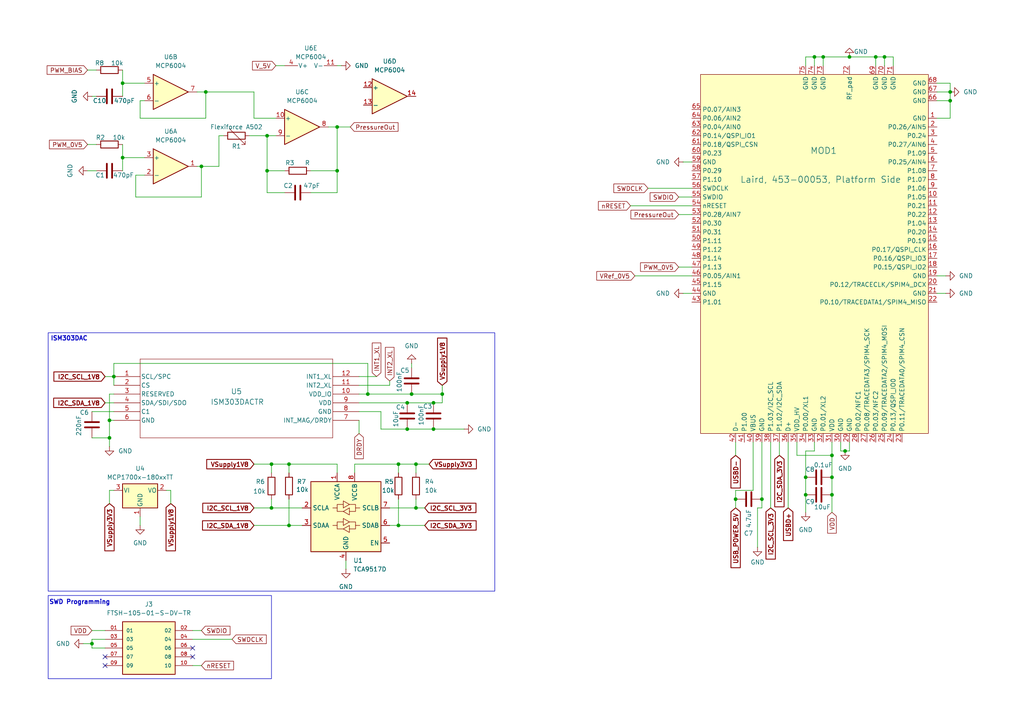
<source format=kicad_sch>
(kicad_sch (version 20250114) (generator "eeschema") (generator_version "9.0")
  (paper "A4")
  (lib_symbols
    (symbol "Amplifier_Operational:MCP6004" (pin_names (offset 0.127))
      (property "Reference" "U" (at 0 5.08 0))
      (property "Value" "MCP6004" (at 0 -5.08 0))
      (symbol "MCP6004_1_1"
        (polyline (pts (xy -5.08 5.08) (xy 5.08 0) (xy -5.08 -5.08) (xy -5.08 5.08)) (stroke (width 0.254)) (fill (type background)))
        (pin input line (at -7.62 2.54 0) (length 2.54) (name "+") (number "3"))
        (pin input line (at -7.62 -2.54 0) (length 2.54) (name "-") (number "2"))
        (pin output line (at 7.62 0 180) (length 2.54) (name "~") (number "1"))
      )
      (symbol "MCP6004_2_1"
        (polyline (pts (xy -5.08 5.08) (xy 5.08 0) (xy -5.08 -5.08) (xy -5.08 5.08)) (stroke (width 0.254)) (fill (type background)))
        (pin input line (at -7.62 2.54 0) (length 2.54) (name "+") (number "5"))
        (pin input line (at -7.62 -2.54 0) (length 2.54) (name "-") (number "6"))
        (pin output line (at 7.62 0 180) (length 2.54) (name "~") (number "7"))
      )
      (symbol "MCP6004_3_1"
        (polyline (pts (xy -5.08 5.08) (xy 5.08 0) (xy -5.08 -5.08) (xy -5.08 5.08)) (stroke (width 0.254)) (fill (type background)))
        (pin input line (at -7.62 2.54 0) (length 2.54) (name "+") (number "10"))
        (pin input line (at -7.62 -2.54 0) (length 2.54) (name "-") (number "9"))
        (pin output line (at 7.62 0 180) (length 2.54) (name "~") (number "8"))
      )
      (symbol "MCP6004_4_1"
        (polyline (pts (xy -5.08 5.08) (xy 5.08 0) (xy -5.08 -5.08) (xy -5.08 5.08)) (stroke (width 0.254)) (fill (type background)))
        (pin input line (at -7.62 2.54 0) (length 2.54) (name "+") (number "12"))
        (pin input line (at -7.62 -2.54 0) (length 2.54) (name "-") (number "13"))
        (pin output line (at 7.62 0 180) (length 2.54) (name "~") (number "14"))
      )
      (symbol "MCP6004_5_1"
        (pin power_in line (at -2.54 7.62 270) (length 3.81) (name "V+") (number "4"))
        (pin power_in line (at -2.54 -7.62 90) (length 3.81) (name "V-") (number "11"))
      )
    )
    (symbol "Device:C" (pin_numbers (hide yes)) (pin_names (offset 0.254))
      (property "Reference" "C" (at 0.635 2.54 0))
      (property "Value" "C" (at 0.635 -2.54 0))
      (symbol "C_0_1"
        (polyline (pts (xy -2.032 0.762) (xy 2.032 0.762)) (stroke (width 0.508)))
        (polyline (pts (xy -2.032 -0.762) (xy 2.032 -0.762)) (stroke (width 0.508)))
      )
      (symbol "C_1_1"
        (pin passive line (at 0 3.81 270) (length 2.794) (name "~") (number "1"))
        (pin passive line (at 0 -3.81 90) (length 2.794) (name "~") (number "2"))
      )
    )
    (symbol "Device:R" (pin_numbers (hide yes)) (pin_names (offset 0))
      (property "Reference" "R" (at 2.032 0 90))
      (property "Value" "R" (at 0 0 90))
      (symbol "R_0_1"
        (rectangle (start -1.016 -2.54) (end 1.016 2.54) (stroke (width 0.254)))
      )
      (symbol "R_1_1"
        (pin passive line (at 0 3.81 270) (length 1.27) (name "~") (number "1"))
        (pin passive line (at 0 -3.81 90) (length 1.27) (name "~") (number "2"))
      )
    )
    (symbol "Device:R_Variable" (pin_numbers (hide yes)) (pin_names (offset 0))
      (property "Reference" "R" (at 2.54 -2.54 90))
      (property "Value" "R_Variable" (at -2.54 -1.27 90))
      (symbol "R_Variable_0_1"
        (rectangle (start -1.016 -2.54) (end 1.016 2.54) (stroke (width 0.254)))
        (polyline (pts (xy 2.54 1.524) (xy 2.54 2.54) (xy 1.524 2.54) (xy 2.54 2.54) (xy -2.032 -2.032)))
      )
      (symbol "R_Variable_1_1"
        (pin passive line (at 0 3.81 270) (length 1.27) (name "~") (number "1"))
        (pin passive line (at 0 -3.81 90) (length 1.27) (name "~") (number "2"))
      )
    )
    (symbol "ISM303Dac:ISM303DACTR" (pin_names (offset 0.254))
      (property "Reference" "U" (at 35.56 10.16 0))
      (property "Value" "ISM303DACTR" (at 35.56 7.62 0))
      (symbol "ISM303DACTR_0_1"
        (polyline (pts (xy 7.62 5.08) (xy 7.62 -17.78)) (stroke (width 0.127)))
        (polyline (pts (xy 7.62 -17.78) (xy 63.5 -17.78)) (stroke (width 0.127)))
        (polyline (pts (xy 63.5 5.08) (xy 7.62 5.08)) (stroke (width 0.127)))
        (polyline (pts (xy 63.5 -17.78) (xy 63.5 5.08)) (stroke (width 0.127)))
        (pin unspecified line (at 0 0 0) (length 7.62) (name "SCL/SPC") (number "1"))
        (pin unspecified line (at 0 -2.54 0) (length 7.62) (name "CS") (number "2"))
        (pin unspecified line (at 0 -5.08 0) (length 7.62) (name "RESERVED") (number "3"))
        (pin unspecified line (at 0 -7.62 0) (length 7.62) (name "SDA/SDI/SDO") (number "4"))
        (pin unspecified line (at 0 -10.16 0) (length 7.62) (name "C1") (number "5"))
        (pin power_out line (at 0 -12.7 0) (length 7.62) (name "GND") (number "6"))
        (pin input line (at 71.12 0 180) (length 7.62) (name "INT1_XL") (number "12"))
        (pin input line (at 71.12 -2.54 180) (length 7.62) (name "INT2_XL") (number "11"))
        (pin power_in line (at 71.12 -5.08 180) (length 7.62) (name "VDD_IO") (number "10"))
        (pin power_in line (at 71.12 -7.62 180) (length 7.62) (name "VDD") (number "9"))
        (pin power_out line (at 71.12 -10.16 180) (length 7.62) (name "GND") (number "8"))
        (pin input line (at 71.12 -12.7 180) (length 7.62) (name "INT_MAG/DRDY") (number "7"))
      )
    )
    (symbol "Logic_LevelTranslator:TCA9517D"
      (property "Reference" "U" (at -10.16 11.43 0))
      (property "Value" "TCA9517D" (at 1.27 -11.43 0))
      (symbol "TCA9517D_1_1"
        (rectangle (start -10.16 10.16) (end 10.16 -10.16) (stroke (width 0.254)) (fill (type background)))
        (polyline (pts (xy -2.54 2.54) (xy -2.54 3.556) (xy -0.762 3.556)))
        (polyline (pts (xy -2.54 -2.54) (xy -2.54 -1.524) (xy -0.762 -1.524)))
        (polyline (pts (xy -0.762 2.54) (xy -0.762 4.572) (xy 1.016 3.556) (xy -0.762 2.54)))
        (polyline (pts (xy -0.762 1.524) (xy -2.54 1.524) (xy -2.54 2.54) (xy -3.81 2.54)))
        (polyline (pts (xy -0.762 -2.54) (xy -0.762 -0.508) (xy 1.016 -1.524) (xy -0.762 -2.54)))
        (polyline (pts (xy -0.762 -3.556) (xy -2.54 -3.556) (xy -2.54 -2.54) (xy -3.81 -2.54)))
        (polyline (pts (xy 1.016 3.556) (xy 2.794 3.556) (xy 2.794 2.54) (xy 4.064 2.54)))
        (polyline (pts (xy 1.016 2.54) (xy 1.016 0.762) (xy 1.016 0.508) (xy -0.762 1.524) (xy 1.016 2.54)))
        (polyline (pts (xy 1.016 -1.524) (xy 2.794 -1.524) (xy 2.794 -2.54) (xy 4.064 -2.54)))
        (polyline (pts (xy 1.016 -2.54) (xy 1.016 -4.318) (xy 1.016 -4.572) (xy -0.762 -3.556) (xy 1.016 -2.54)))
        (polyline (pts (xy 2.794 2.54) (xy 2.794 1.524) (xy 1.016 1.524)))
        (polyline (pts (xy 2.794 -2.54) (xy 2.794 -3.556) (xy 1.016 -3.556)))
        (pin bidirectional line (at -12.7 2.54 0) (length 2.54) (name "SCLA") (number "2"))
        (pin bidirectional line (at -12.7 -2.54 0) (length 2.54) (name "SDAA") (number "3"))
        (pin power_in line (at -2.54 12.7 270) (length 2.54) (name "VCCA") (number "1"))
        (pin power_in line (at 0 -12.7 90) (length 2.54) (name "GND") (number "4"))
        (pin power_in line (at 2.54 12.7 270) (length 2.54) (name "VCCB") (number "8"))
        (pin bidirectional line (at 12.7 2.54 180) (length 2.54) (name "SCLB") (number "7"))
        (pin bidirectional line (at 12.7 -2.54 180) (length 2.54) (name "SDAB") (number "6"))
        (pin passive line (at 12.7 -7.62 180) (length 2.54) (name "EN") (number "5"))
      )
    )
    (symbol "Regulator_Linear:MCP1700x-180xxTT" (pin_names (offset 0.254))
      (property "Reference" "U" (at -3.81 3.175 0))
      (property "Value" "MCP1700x-180xxTT" (at 0 3.175 0))
      (symbol "MCP1700x-180xxTT_0_1"
        (rectangle (start -5.08 1.905) (end 5.08 -5.08) (stroke (width 0.254)) (fill (type background)))
      )
      (symbol "MCP1700x-180xxTT_1_1"
        (pin power_in line (at -7.62 0 0) (length 2.54) (name "VI") (number "3"))
        (pin power_in line (at 0 -7.62 90) (length 2.54) (name "GND") (number "1"))
        (pin power_out line (at 7.62 0 180) (length 2.54) (name "VO") (number "2"))
      )
    )
    (symbol "SWD 10 Pin:FTSH-105-01-S-DV-TR" (pin_names (offset 1.016))
      (property "Reference" "J" (at -8.12 7.62 0))
      (property "Value" "FTSH-105-01-S-DV-TR" (at -7.62 -10.16 0))
      (symbol "FTSH-105-01-S-DV-TR_0_0"
        (rectangle (start -7.62 -7.62) (end 7.62 7.62) (stroke (width 0.254)) (fill (type background)))
        (pin passive line (at -12.7 5.08 0) (length 5.08) (name "01") (number "01"))
        (pin passive line (at -12.7 2.54 0) (length 5.08) (name "03") (number "03"))
        (pin passive line (at -12.7 0 0) (length 5.08) (name "05") (number "05"))
        (pin passive line (at -12.7 -2.54 0) (length 5.08) (name "07") (number "07"))
        (pin passive line (at -12.7 -5.08 0) (length 5.08) (name "09") (number "09"))
        (pin passive line (at 12.7 5.08 180) (length 5.08) (name "02") (number "02"))
        (pin passive line (at 12.7 2.54 180) (length 5.08) (name "04") (number "04"))
        (pin passive line (at 12.7 0 180) (length 5.08) (name "06") (number "06"))
        (pin passive line (at 12.7 -2.54 180) (length 5.08) (name "08") (number "08"))
        (pin passive line (at 12.7 -5.08 180) (length 5.08) (name "10") (number "10"))
      )
    )
    (symbol "nRF5340 Module:Laird, 453-00053, Platform Side"
      (property "Reference" "MOD" (at 0.254 3.048 0))
      (property "Value" "Laird, 453-00053, Platform Side" (at 0.508 0.762 0))
      (symbol "Laird, 453-00053, Platform Side_1_0"
        (rectangle (start 104.14 0) (end 0 -66.04) (stroke (width 0) (color 128 0 0 1)) (fill (type background)))
        (pin passive line (at -2.54 -10.16 0) (length 2.54) (name "D-") (number "42"))
        (pin passive line (at -2.54 -12.7 0) (length 2.54) (name "P1.00") (number "41"))
        (pin passive line (at -2.54 -15.24 0) (length 2.54) (name "VBUS") (number "40"))
        (pin passive line (at -2.54 -17.78 0) (length 2.54) (name "GND") (number "39"))
        (pin passive line (at -2.54 -20.32 0) (length 2.54) (name "P1.03/I2C_SCL") (number "38"))
        (pin passive line (at -2.54 -22.86 0) (length 2.54) (name "P1.02/I2C_SDA") (number "37"))
        (pin passive line (at -2.54 -25.4 0) (length 2.54) (name "D+") (number "36"))
        (pin passive line (at -2.54 -27.94 0) (length 2.54) (name "VDD_HV") (number "35"))
        (pin passive line (at -2.54 -30.48 0) (length 2.54) (name "P0.00/XL1") (number "34"))
        (pin passive line (at -2.54 -33.02 0) (length 2.54) (name "GND") (number "33"))
        (pin passive line (at -2.54 -35.56 0) (length 2.54) (name "P0.01/XL2") (number "32"))
        (pin passive line (at -2.54 -38.1 0) (length 2.54) (name "VDD") (number "31"))
        (pin passive line (at -2.54 -40.64 0) (length 2.54) (name "GND") (number "30"))
        (pin passive line (at -2.54 -43.18 0) (length 2.54) (name "GND") (number "29"))
        (pin passive line (at -2.54 -45.72 0) (length 2.54) (name "P0.02/NFC1") (number "28"))
        (pin passive line (at -2.54 -48.26 0) (length 2.54) (name "P0.08/TRACEDATA3/SPIM4_SCK") (number "27"))
        (pin passive line (at -2.54 -50.8 0) (length 2.54) (name "P0.03/NFC2") (number "26"))
        (pin passive line (at -2.54 -53.34 0) (length 2.54) (name "P0.09/TRACEDATA2/SPIM4_MOSI") (number "25"))
        (pin passive line (at -2.54 -55.88 0) (length 2.54) (name "P0.13/QSPI_IO0") (number "24"))
        (pin passive line (at -2.54 -58.42 0) (length 2.54) (name "P0.11/TRACEDATA0/SPIM4_CSN") (number "23"))
        (pin passive line (at 38.1 2.54 270) (length 2.54) (name "P1.01") (number "43"))
        (pin passive line (at 38.1 -68.58 90) (length 2.54) (name "P0.10/TRACEDATA1/SPIM4_MISO") (number "22"))
        (pin passive line (at 40.64 2.54 270) (length 2.54) (name "GND") (number "44"))
        (pin passive line (at 40.64 -68.58 90) (length 2.54) (name "GND") (number "21"))
        (pin passive line (at 43.18 2.54 270) (length 2.54) (name "P1.15") (number "45"))
        (pin passive line (at 43.18 -68.58 90) (length 2.54) (name "P0.12/TRACECLK/SPIM4_DCX") (number "20"))
        (pin passive line (at 45.72 2.54 270) (length 2.54) (name "P0.05/AIN1") (number "46"))
        (pin passive line (at 45.72 -68.58 90) (length 2.54) (name "GND") (number "19"))
        (pin passive line (at 48.26 2.54 270) (length 2.54) (name "P1.13") (number "47"))
        (pin passive line (at 48.26 -68.58 90) (length 2.54) (name "P0.15/QSPI_IO2") (number "18"))
        (pin passive line (at 50.8 2.54 270) (length 2.54) (name "P1.14") (number "48"))
        (pin passive line (at 50.8 -68.58 90) (length 2.54) (name "P0.16/QSPI_IO3") (number "17"))
        (pin passive line (at 53.34 2.54 270) (length 2.54) (name "P1.12") (number "49"))
        (pin passive line (at 53.34 -68.58 90) (length 2.54) (name "P0.17/QSPI_CLK") (number "16"))
        (pin passive line (at 55.88 2.54 270) (length 2.54) (name "P1.11") (number "50"))
        (pin passive line (at 55.88 -68.58 90) (length 2.54) (name "P0.19") (number "15"))
        (pin passive line (at 58.42 2.54 270) (length 2.54) (name "P0.31") (number "51"))
        (pin passive line (at 58.42 -68.58 90) (length 2.54) (name "P0.20") (number "14"))
        (pin passive line (at 60.96 2.54 270) (length 2.54) (name "P0.30") (number "52"))
        (pin passive line (at 60.96 -68.58 90) (length 2.54) (name "P1.04") (number "13"))
        (pin passive line (at 63.5 2.54 270) (length 2.54) (name "P0.28/AIN7") (number "53"))
        (pin passive line (at 63.5 -68.58 90) (length 2.54) (name "P0.22") (number "12"))
        (pin passive line (at 66.04 2.54 270) (length 2.54) (name "nRESET") (number "54"))
        (pin passive line (at 66.04 -68.58 90) (length 2.54) (name "P0.21") (number "11"))
        (pin passive line (at 68.58 2.54 270) (length 2.54) (name "SWDIO") (number "55"))
        (pin passive line (at 68.58 -68.58 90) (length 2.54) (name "P1.05") (number "10"))
        (pin passive line (at 71.12 2.54 270) (length 2.54) (name "SWDCLK") (number "56"))
        (pin passive line (at 71.12 -68.58 90) (length 2.54) (name "P1.06") (number "9"))
        (pin passive line (at 73.66 2.54 270) (length 2.54) (name "P1.10") (number "57"))
        (pin passive line (at 73.66 -68.58 90) (length 2.54) (name "P1.07") (number "8"))
        (pin passive line (at 76.2 2.54 270) (length 2.54) (name "P0.29") (number "58"))
        (pin passive line (at 76.2 -68.58 90) (length 2.54) (name "P1.08") (number "7"))
        (pin passive line (at 78.74 2.54 270) (length 2.54) (name "GND") (number "59"))
        (pin passive line (at 78.74 -68.58 90) (length 2.54) (name "P0.25/AIN4") (number "6"))
        (pin passive line (at 81.28 2.54 270) (length 2.54) (name "P0.23") (number "60"))
        (pin passive line (at 81.28 -68.58 90) (length 2.54) (name "P1.09") (number "5"))
        (pin passive line (at 83.82 2.54 270) (length 2.54) (name "P0.18/QSPI_CSN") (number "61"))
        (pin passive line (at 83.82 -68.58 90) (length 2.54) (name "P0.27/AIN6") (number "4"))
        (pin passive line (at 86.36 2.54 270) (length 2.54) (name "P0.14/QSPI_IO1") (number "62"))
        (pin passive line (at 86.36 -68.58 90) (length 2.54) (name "P0.24") (number "3"))
        (pin passive line (at 88.9 2.54 270) (length 2.54) (name "P0.04/AIN0") (number "63"))
        (pin passive line (at 88.9 -68.58 90) (length 2.54) (name "P0.26/AIN5") (number "2"))
        (pin passive line (at 91.44 2.54 270) (length 2.54) (name "P0.06/AIN2") (number "64"))
        (pin passive line (at 91.44 -68.58 90) (length 2.54) (name "GND") (number "1"))
        (pin passive line (at 93.98 2.54 270) (length 2.54) (name "P0.07/AIN3") (number "65"))
        (pin passive line (at 96.52 -68.58 90) (length 2.54) (name "GND") (number "66"))
        (pin passive line (at 99.06 -68.58 90) (length 2.54) (name "GND") (number "67"))
        (pin passive line (at 101.6 -68.58 90) (length 2.54) (name "GND") (number "68"))
        (pin passive line (at 106.68 -30.48 180) (length 2.54) (name "GND") (number "75"))
        (pin passive line (at 106.68 -33.02 180) (length 2.54) (name "GND") (number "74"))
        (pin passive line (at 106.68 -35.56 180) (length 2.54) (name "GND") (number "73"))
        (pin passive line (at 106.68 -43.18 180) (length 2.54) (name "RF_pad") (number "72"))
        (pin passive line (at 106.68 -50.8 180) (length 2.54) (name "GND") (number "69"))
        (pin passive line (at 106.68 -53.34 180) (length 2.54) (name "GND") (number "70"))
        (pin passive line (at 106.68 -55.88 180) (length 2.54) (name "GND") (number "71"))
      )
    )
    (symbol "power:GND" (power) (pin_numbers (hide yes)) (pin_names (offset 0) (hide yes))
      (property "Value" "GND" (at 0 -3.81 0))
      (symbol "GND_0_1"
        (polyline (pts (xy 0 0) (xy 0 -1.27) (xy 1.27 -1.27) (xy 0 -2.54) (xy -1.27 -1.27) (xy 0 -1.27)))
      )
      (symbol "GND_1_1"
        (pin power_in line (at 0 0 270) (length 0) (name "~") (number "1"))
      )
    )
  )
  (rectangle (start 13.97 172.72) (end 78.74 196.85))
  (rectangle (start 13.97 96.52) (end 143.51 171.45))
  (text "SWD Programming" (at 23.114 174.752 0) (effects (font (size 1.27 1.27) (thickness 0.254) (bold yes))))
  (text "ISM303DAC" (at 20.066 98.298 0) (effects (font (size 1.27 1.27) (thickness 0.254) (bold yes))))
  (junction (at 58.42 48.26))
  (junction (at 77.47 49.53))
  (junction (at 115.57 152.4))
  (junction (at 118.11 124.46))
  (junction (at 78.74 147.32))
  (junction (at 120.65 147.32))
  (junction (at 213.36 144.78))
  (junction (at 220.98 144.78))
  (junction (at 119.38 114.3))
  (junction (at 238.76 16.51))
  (junction (at 83.82 152.4))
  (junction (at 83.82 134.62))
  (junction (at 236.22 16.51))
  (junction (at 128.27 114.3))
  (junction (at 241.3 132.08))
  (junction (at 97.79 36.83))
  (junction (at 120.65 134.62))
  (junction (at 254 16.51))
  (junction (at 115.57 134.62))
  (junction (at 241.3 138.43))
  (junction (at 26.67 186.69))
  (junction (at 31.75 121.92))
  (junction (at 118.11 116.84))
  (junction (at 59.69 26.67))
  (junction (at 245.11 130.81))
  (junction (at 241.3 143.51))
  (junction (at 97.79 49.53))
  (junction (at 35.56 24.13))
  (junction (at 31.75 127))
  (junction (at 275.59 29.21))
  (junction (at 233.68 143.51))
  (junction (at 125.73 116.84))
  (junction (at 233.68 138.43))
  (junction (at 125.73 124.46))
  (junction (at 246.38 16.51))
  (junction (at 77.47 39.37))
  (junction (at 35.56 45.72))
  (junction (at 78.74 134.62))
  (junction (at 256.54 16.51))
  (junction (at 275.59 26.67))
  (junction (at 33.02 109.22))
  (junction (at 106.68 114.3))
  (no_connect (at 30.48 193.04))
  (no_connect (at 30.48 190.5))
  (no_connect (at 55.88 190.5))
  (no_connect (at 55.88 187.96))
  (wire (pts (xy 73.66 152.4) (xy 83.82 152.4)))
  (wire (pts (xy 115.57 134.62) (xy 120.65 134.62)))
  (wire (pts (xy 106.68 114.3) (xy 119.38 114.3)))
  (wire (pts (xy 35.56 45.72) (xy 35.56 49.53)))
  (wire (pts (xy 31.75 142.24) (xy 33.02 142.24)))
  (wire (pts (xy 120.65 144.78) (xy 120.65 147.32)))
  (wire (pts (xy 73.66 34.29) (xy 80.01 34.29)))
  (wire (pts (xy 100.33 162.56) (xy 100.33 165.1)))
  (wire (pts (xy 63.5 39.37) (xy 64.77 39.37)))
  (wire (pts (xy 39.37 50.8) (xy 39.37 57.15)))
  (wire (pts (xy 27.94 49.53) (xy 25.4 49.53)))
  (wire (pts (xy 228.6 128.27) (xy 228.6 147.32)))
  (wire (pts (xy 254 19.05) (xy 254 16.51)))
  (wire (pts (xy 275.59 24.13) (xy 275.59 26.67)))
  (wire (pts (xy 83.82 144.78) (xy 83.82 152.4)))
  (wire (pts (xy 58.42 48.26) (xy 58.42 57.15)))
  (wire (pts (xy 271.78 80.01) (xy 274.32 80.01)))
  (wire (pts (xy 128.27 116.84) (xy 128.27 114.3)))
  (wire (pts (xy 31.75 114.3) (xy 31.75 121.92)))
  (wire (pts (xy 78.74 134.62) (xy 78.74 137.16)))
  (wire (pts (xy 118.11 116.84) (xy 125.73 116.84)))
  (wire (pts (xy 213.36 144.78) (xy 213.36 147.32)))
  (wire (pts (xy 33.02 114.3) (xy 31.75 114.3)))
  (wire (pts (xy 82.55 55.88) (xy 77.47 55.88)))
  (wire (pts (xy 213.36 142.24) (xy 213.36 144.78)))
  (wire (pts (xy 104.14 114.3) (xy 106.68 114.3)))
  (wire (pts (xy 39.37 57.15) (xy 58.42 57.15)))
  (wire (pts (xy 113.03 152.4) (xy 115.57 152.4)))
  (wire (pts (xy 40.64 149.86) (xy 40.64 152.4)))
  (wire (pts (xy 24.13 186.69) (xy 26.67 186.69)))
  (wire (pts (xy 236.22 16.51) (xy 236.22 19.05)))
  (wire (pts (xy 35.56 41.91) (xy 35.56 45.72)))
  (wire (pts (xy 198.12 85.09) (xy 200.66 85.09)))
  (wire (pts (xy 226.06 128.27) (xy 226.06 132.08)))
  (wire (pts (xy 120.65 147.32) (xy 123.19 147.32)))
  (wire (pts (xy 223.52 128.27) (xy 223.52 147.32)))
  (wire (pts (xy 241.3 138.43) (xy 241.3 143.51)))
  (wire (pts (xy 35.56 20.32) (xy 35.56 24.13)))
  (wire (pts (xy 26.67 182.88) (xy 30.48 182.88)))
  (wire (pts (xy 26.67 119.38) (xy 33.02 119.38)))
  (wire (pts (xy 55.88 185.42) (xy 67.31 185.42)))
  (wire (pts (xy 113.03 110.49) (xy 113.03 111.76)))
  (wire (pts (xy 35.56 24.13) (xy 35.56 27.94)))
  (wire (pts (xy 113.03 147.32) (xy 120.65 147.32)))
  (wire (pts (xy 241.3 128.27) (xy 241.3 132.08)))
  (wire (pts (xy 238.76 16.51) (xy 236.22 16.51)))
  (wire (pts (xy 271.78 24.13) (xy 275.59 24.13)))
  (wire (pts (xy 118.11 124.46) (xy 125.73 124.46)))
  (wire (pts (xy 35.56 45.72) (xy 41.91 45.72)))
  (wire (pts (xy 97.79 36.83) (xy 101.6 36.83)))
  (wire (pts (xy 219.71 147.32) (xy 219.71 158.75)))
  (wire (pts (xy 97.79 55.88) (xy 97.79 49.53)))
  (wire (pts (xy 63.5 48.26) (xy 63.5 39.37)))
  (wire (pts (xy 104.14 109.22) (xy 109.22 109.22)))
  (wire (pts (xy 256.54 16.51) (xy 254 16.51)))
  (wire (pts (xy 246.38 16.51) (xy 238.76 16.51)))
  (wire (pts (xy 97.79 19.05) (xy 99.06 19.05)))
  (wire (pts (xy 271.78 29.21) (xy 275.59 29.21)))
  (wire (pts (xy 187.96 54.61) (xy 200.66 54.61)))
  (wire (pts (xy 40.64 34.29) (xy 40.64 29.21)))
  (wire (pts (xy 220.98 144.78) (xy 220.98 128.27)))
  (wire (pts (xy 120.65 134.62) (xy 124.46 134.62)))
  (wire (pts (xy 26.67 185.42) (xy 30.48 185.42)))
  (wire (pts (xy 182.88 59.69) (xy 200.66 59.69)))
  (wire (pts (xy 110.49 124.46) (xy 118.11 124.46)))
  (wire (pts (xy 80.01 19.05) (xy 82.55 19.05)))
  (wire (pts (xy 31.75 121.92) (xy 31.75 127)))
  (wire (pts (xy 241.3 143.51) (xy 241.3 148.59)))
  (wire (pts (xy 115.57 134.62) (xy 115.57 137.16)))
  (wire (pts (xy 233.68 143.51) (xy 233.68 148.59)))
  (wire (pts (xy 30.48 116.84) (xy 33.02 116.84)))
  (wire (pts (xy 196.85 62.23) (xy 200.66 62.23)))
  (wire (pts (xy 219.71 147.32) (xy 220.98 147.32)))
  (wire (pts (xy 49.53 142.24) (xy 48.26 142.24)))
  (wire (pts (xy 33.02 105.41) (xy 106.68 105.41)))
  (wire (pts (xy 59.69 26.67) (xy 59.69 34.29)))
  (wire (pts (xy 259.08 19.05) (xy 259.08 16.51)))
  (wire (pts (xy 97.79 49.53) (xy 97.79 36.83)))
  (wire (pts (xy 73.66 34.29) (xy 73.66 26.67)))
  (wire (pts (xy 104.14 116.84) (xy 118.11 116.84)))
  (wire (pts (xy 125.73 124.46) (xy 134.62 124.46)))
  (wire (pts (xy 115.57 144.78) (xy 115.57 152.4)))
  (wire (pts (xy 198.12 46.99) (xy 200.66 46.99)))
  (wire (pts (xy 233.68 130.81) (xy 233.68 138.43)))
  (wire (pts (xy 115.57 152.4) (xy 123.19 152.4)))
  (wire (pts (xy 218.44 142.24) (xy 218.44 128.27)))
  (wire (pts (xy 25.4 41.91) (xy 27.94 41.91)))
  (wire (pts (xy 35.56 24.13) (xy 41.91 24.13)))
  (wire (pts (xy 119.38 105.41) (xy 119.38 106.68)))
  (wire (pts (xy 238.76 19.05) (xy 238.76 16.51)))
  (wire (pts (xy 31.75 146.05) (xy 31.75 142.24)))
  (wire (pts (xy 233.68 16.51) (xy 236.22 16.51)))
  (wire (pts (xy 196.85 57.15) (xy 200.66 57.15)))
  (wire (pts (xy 55.88 182.88) (xy 58.42 182.88)))
  (wire (pts (xy 196.85 77.47) (xy 200.66 77.47)))
  (wire (pts (xy 106.68 105.41) (xy 106.68 114.3)))
  (wire (pts (xy 26.67 127) (xy 31.75 127)))
  (wire (pts (xy 78.74 144.78) (xy 78.74 147.32)))
  (wire (pts (xy 275.59 26.67) (xy 275.59 29.21)))
  (wire (pts (xy 25.4 20.32) (xy 27.94 20.32)))
  (wire (pts (xy 57.15 48.26) (xy 58.42 48.26)))
  (wire (pts (xy 233.68 138.43) (xy 233.68 143.51)))
  (wire (pts (xy 31.75 121.92) (xy 33.02 121.92)))
  (wire (pts (xy 271.78 85.09) (xy 274.32 85.09)))
  (wire (pts (xy 213.36 128.27) (xy 213.36 132.08)))
  (wire (pts (xy 104.14 121.92) (xy 104.14 125.73)))
  (wire (pts (xy 77.47 49.53) (xy 77.47 39.37)))
  (wire (pts (xy 40.64 29.21) (xy 41.91 29.21)))
  (wire (pts (xy 259.08 16.51) (xy 256.54 16.51)))
  (wire (pts (xy 73.66 134.62) (xy 78.74 134.62)))
  (wire (pts (xy 110.49 119.38) (xy 104.14 119.38)))
  (wire (pts (xy 213.36 142.24) (xy 218.44 142.24)))
  (wire (pts (xy 233.68 130.81) (xy 236.22 130.81)))
  (wire (pts (xy 125.73 116.84) (xy 128.27 116.84)))
  (wire (pts (xy 220.98 144.78) (xy 220.98 147.32)))
  (wire (pts (xy 83.82 134.62) (xy 83.82 137.16)))
  (wire (pts (xy 73.66 26.67) (xy 59.69 26.67)))
  (wire (pts (xy 72.39 39.37) (xy 77.47 39.37)))
  (wire (pts (xy 231.14 128.27) (xy 231.14 132.08)))
  (wire (pts (xy 246.38 130.81) (xy 245.11 130.81)))
  (wire (pts (xy 33.02 111.76) (xy 33.02 109.22)))
  (wire (pts (xy 33.02 109.22) (xy 33.02 105.41)))
  (wire (pts (xy 78.74 147.32) (xy 87.63 147.32)))
  (wire (pts (xy 236.22 130.81) (xy 236.22 128.27)))
  (wire (pts (xy 233.68 19.05) (xy 233.68 16.51)))
  (wire (pts (xy 30.48 109.22) (xy 33.02 109.22)))
  (wire (pts (xy 271.78 26.67) (xy 275.59 26.67)))
  (wire (pts (xy 241.3 132.08) (xy 241.3 138.43)))
  (wire (pts (xy 77.47 55.88) (xy 77.47 49.53)))
  (wire (pts (xy 55.88 193.04) (xy 58.42 193.04)))
  (wire (pts (xy 27.94 27.94) (xy 26.67 27.94)))
  (wire (pts (xy 95.25 36.83) (xy 97.79 36.83)))
  (wire (pts (xy 26.67 187.96) (xy 26.67 186.69)))
  (wire (pts (xy 31.75 127) (xy 31.75 129.54)))
  (wire (pts (xy 243.84 130.81) (xy 245.11 130.81)))
  (wire (pts (xy 57.15 26.67) (xy 59.69 26.67)))
  (wire (pts (xy 184.15 80.01) (xy 200.66 80.01)))
  (wire (pts (xy 110.49 124.46) (xy 110.49 119.38)))
  (wire (pts (xy 73.66 147.32) (xy 78.74 147.32)))
  (wire (pts (xy 254 16.51) (xy 246.38 16.51)))
  (wire (pts (xy 271.78 34.29) (xy 275.59 34.29)))
  (wire (pts (xy 82.55 49.53) (xy 77.47 49.53)))
  (wire (pts (xy 128.27 111.76) (xy 128.27 114.3)))
  (wire (pts (xy 41.91 50.8) (xy 39.37 50.8)))
  (wire (pts (xy 90.17 55.88) (xy 97.79 55.88)))
  (wire (pts (xy 30.48 187.96) (xy 26.67 187.96)))
  (wire (pts (xy 102.87 134.62) (xy 115.57 134.62)))
  (wire (pts (xy 77.47 39.37) (xy 80.01 39.37)))
  (wire (pts (xy 104.14 111.76) (xy 113.03 111.76)))
  (wire (pts (xy 246.38 128.27) (xy 246.38 130.81)))
  (wire (pts (xy 97.79 134.62) (xy 97.79 137.16)))
  (wire (pts (xy 128.27 114.3) (xy 119.38 114.3)))
  (wire (pts (xy 102.87 137.16) (xy 102.87 134.62)))
  (wire (pts (xy 78.74 134.62) (xy 83.82 134.62)))
  (wire (pts (xy 256.54 19.05) (xy 256.54 16.51)))
  (wire (pts (xy 59.69 34.29) (xy 40.64 34.29)))
  (wire (pts (xy 243.84 128.27) (xy 243.84 130.81)))
  (wire (pts (xy 49.53 146.05) (xy 49.53 142.24)))
  (wire (pts (xy 83.82 134.62) (xy 97.79 134.62)))
  (wire (pts (xy 58.42 48.26) (xy 63.5 48.26)))
  (wire (pts (xy 90.17 49.53) (xy 97.79 49.53)))
  (wire (pts (xy 120.65 134.62) (xy 120.65 137.16)))
  (wire (pts (xy 26.67 186.69) (xy 26.67 185.42)))
  (wire (pts (xy 275.59 29.21) (xy 275.59 34.29)))
  (wire (pts (xy 231.14 132.08) (xy 241.3 132.08)))
  (wire (pts (xy 83.82 152.4) (xy 87.63 152.4)))
  (global_label "VRef_0V5" (shape input) (at 184.15 80.01 180) (property "Intersheetrefs" "${INTERSHEET_REFS}" (effects (hide yes))))
  (global_label "I2C_SDA_1V8" (shape input) (at 73.66 152.4 180) (effects (font (thickness 0.254) (bold yes))) (property "Intersheetrefs" "${INTERSHEET_REFS}" (effects (hide yes))))
  (global_label "nRESET" (shape input) (at 182.88 59.69 180) (property "Intersheetrefs" "${INTERSHEET_REFS}" (effects (hide yes))))
  (global_label "VSupply1V8" (shape input) (at 128.27 111.76 90) (effects (font (thickness 0.254) (bold yes))) (property "Intersheetrefs" "${INTERSHEET_REFS}" (effects (hide yes))))
  (global_label "USB_POWER_5V" (shape input) (at 213.36 147.32 270) (effects (font (thickness 0.254) (bold yes))) (property "Intersheetrefs" "${INTERSHEET_REFS}" (effects (hide yes))))
  (global_label "SWDCLK" (shape input) (at 187.96 54.61 180) (property "Intersheetrefs" "${INTERSHEET_REFS}" (effects (hide yes))))
  (global_label "VSupply1V8" (shape input) (at 49.53 146.05 270) (effects (font (thickness 0.254) (bold yes))) (property "Intersheetrefs" "${INTERSHEET_REFS}" (effects (hide yes))))
  (global_label "PressureOut" (shape input) (at 101.6 36.83 0) (property "Intersheetrefs" "${INTERSHEET_REFS}" (effects (hide yes))))
  (global_label "nRESET" (shape input) (at 58.42 193.04 0) (property "Intersheetrefs" "${INTERSHEET_REFS}" (effects (hide yes))))
  (global_label "PressureOut" (shape input) (at 196.85 62.23 180) (property "Intersheetrefs" "${INTERSHEET_REFS}" (effects (hide yes))))
  (global_label "SWDIO" (shape input) (at 196.85 57.15 180) (property "Intersheetrefs" "${INTERSHEET_REFS}" (effects (hide yes))))
  (global_label "I2C_SCL_3V3" (shape input) (at 123.19 147.32 0) (effects (font (thickness 0.254) (bold yes))) (property "Intersheetrefs" "${INTERSHEET_REFS}" (effects (hide yes))))
  (global_label "I2C_SCL_1V8" (shape input) (at 30.48 109.22 180) (effects (font (thickness 0.254) (bold yes))) (property "Intersheetrefs" "${INTERSHEET_REFS}" (effects (hide yes))))
  (global_label "I2C_SDA_1V8" (shape input) (at 30.48 116.84 180) (effects (font (thickness 0.254) (bold yes))) (property "Intersheetrefs" "${INTERSHEET_REFS}" (effects (hide yes))))
  (global_label "VSupply3V3" (shape input) (at 31.75 146.05 270) (effects (font (thickness 0.254) (bold yes))) (property "Intersheetrefs" "${INTERSHEET_REFS}" (effects (hide yes))))
  (global_label "VSupply3V3" (shape input) (at 124.46 134.62 0) (effects (font (thickness 0.254) (bold yes))) (property "Intersheetrefs" "${INTERSHEET_REFS}" (effects (hide yes))))
  (global_label "SWDIO" (shape input) (at 58.42 182.88 0) (property "Intersheetrefs" "${INTERSHEET_REFS}" (effects (hide yes))))
  (global_label "PWM_0V5" (shape input) (at 196.85 77.47 180) (property "Intersheetrefs" "${INTERSHEET_REFS}" (effects (hide yes))))
  (global_label "VDD" (shape input) (at 241.3 148.59 270) (property "Intersheetrefs" "${INTERSHEET_REFS}" (effects (hide yes))))
  (global_label "VDD" (shape input) (at 26.67 182.88 180) (property "Intersheetrefs" "${INTERSHEET_REFS}" (effects (hide yes))))
  (global_label "DRDY" (shape input) (at 104.14 125.73 270) (property "Intersheetrefs" "${INTERSHEET_REFS}" (effects (hide yes))))
  (global_label "I2C_SCL_3V3" (shape input) (at 223.52 147.32 270) (effects (font (thickness 0.254) (bold yes))) (property "Intersheetrefs" "${INTERSHEET_REFS}" (effects (hide yes))))
  (global_label "INT1_XL" (shape input) (at 109.22 109.22 90) (property "Intersheetrefs" "${INTERSHEET_REFS}" (effects (hide yes))))
  (global_label "SWDCLK" (shape input) (at 67.31 185.42 0) (property "Intersheetrefs" "${INTERSHEET_REFS}" (effects (hide yes))))
  (global_label "USBD-" (shape input) (at 213.36 132.08 270) (effects (font (thickness 0.254) (bold yes))) (property "Intersheetrefs" "${INTERSHEET_REFS}" (effects (hide yes))))
  (global_label "I2C_SCL_1V8" (shape input) (at 73.66 147.32 180) (effects (font (thickness 0.254) (bold yes))) (property "Intersheetrefs" "${INTERSHEET_REFS}" (effects (hide yes))))
  (global_label "PWM_BIAS" (shape input) (at 25.4 20.32 180) (property "Intersheetrefs" "${INTERSHEET_REFS}" (effects (hide yes))))
  (global_label "VSupply1V8" (shape input) (at 73.66 134.62 180) (effects (font (thickness 0.254) (bold yes))) (property "Intersheetrefs" "${INTERSHEET_REFS}" (effects (hide yes))))
  (global_label "I2C_SDA_3V3" (shape input) (at 123.19 152.4 0) (effects (font (thickness 0.254) (bold yes))) (property "Intersheetrefs" "${INTERSHEET_REFS}" (effects (hide yes))))
  (global_label "PWM_0V5" (shape input) (at 25.4 41.91 180) (property "Intersheetrefs" "${INTERSHEET_REFS}" (effects (hide yes))))
  (global_label "INT2_XL" (shape input) (at 113.03 110.49 90) (property "Intersheetrefs" "${INTERSHEET_REFS}" (effects (hide yes))))
  (global_label "V_5V" (shape input) (at 80.01 19.05 180) (property "Intersheetrefs" "${INTERSHEET_REFS}" (effects (hide yes))))
  (global_label "I2C_SDA_3V3" (shape input) (at 226.06 132.08 270) (effects (font (thickness 0.254) (bold yes))) (property "Intersheetrefs" "${INTERSHEET_REFS}" (effects (hide yes))))
  (global_label "USBD+" (shape input) (at 228.6 147.32 270) (effects (font (thickness 0.254) (bold yes))) (property "Intersheetrefs" "${INTERSHEET_REFS}" (effects (hide yes))))
  (symbol (lib_id "ISM303Dac:ISM303DACTR") (at 33.02 109.22 0) (unit 1)
    (property "Reference" "U5" (at 68.58 113.538 0) (effects (font (size 1.524 1.524))))
    (property "Value" "ISM303DACTR" (at 68.834 116.586 0) (effects (font (size 1.524 1.524))))
    (property "Footprint" "LGA_DACTR_STM" (effects (hide yes)))
    (property "Datasheet" "ISM303DACTR" (effects (hide yes)))
  )
  (symbol (lib_id "Amplifier_Operational:MCP6004") (at 113.03 27.94 0) (unit 4)
    (property "Reference" "U6" (at 113.03 17.78 0))
    (property "Value" "MCP6004" (at 113.03 20.32 0))
    (property "Footprint" "Package_SO:TSSOP-14_4.4x5mm_P0.65mm" (effects (hide yes)))
    (property "Datasheet" "http://ww1.microchip.com/downloads/en/DeviceDoc/21733j.pdf" (effects (hide yes)))
    (property "Description" "1MHz, Low-Power Op Amp, DIP-14/SOIC-14/TSSOP-14" (effects (hide yes)))
  )
  (symbol (lib_id "nRF5340 Module:Laird, 453-00053, Platform Side") (at 203.2 125.73 90) (unit 1)
    (property "Reference" "MOD1" (at 234.95 43.688 90) (effects (font (size 1.8288 1.8288)) (justify right)))
    (property "Value" "Laird, 453-00053, Platform Side" (at 214.63 52.07 90) (effects (font (size 1.8288 1.8288)) (justify right)))
    (property "Footprint" "nRF5340 Module:Ezurio Module" (effects (hide yes)))
    (property "Description" "Module, BL5340, RF Trace Pin" (effects (hide yes)))
    (property "Manufacturer" "Laird" (effects (hide yes)))
    (property "Footprint_1" "Laird, BL5340 Module, Platform Side" (effects (hide yes)))
    (property "Substitutes Allowed" "NO" (effects (hide yes)))
    (property "Mounting" "SMT" (effects (hide yes)))
    (property "Manufacturer Part Number" "453-00053" (effects (hide yes)))
    (property "Operating Temperature" "-40C~105C" (effects (hide yes)))
    (property "Component Type" "Module" (effects (hide yes)))
  )
  (symbol (lib_id "power:GND") (at 275.59 26.67 90) (unit 1)
    (property "Reference" "#PWR015" (effects (hide yes)))
    (property "Value" "GND" (at 279.4 26.6699 90) (effects (justify right)))
    (property "Description" "Power symbol creates a global label with name \"GND\" , ground" (effects (hide yes)))
  )
  (symbol (lib_id "Device:C") (at 118.11 120.65 0) (unit 1)
    (property "Reference" "C4" (at 114.808 118.11 0) (effects (justify left)))
    (property "Value" "10uF" (at 114.808 123.952 90) (effects (justify left)))
    (property "Footprint" "Capacitor_SMD:C_0603_1608Metric" (effects (hide yes)))
    (property "Description" "Unpolarized capacitor" (effects (hide yes)))
  )
  (symbol (lib_id "power:GND") (at 233.68 148.59 0) (unit 1)
    (property "Reference" "#PWR011" (effects (hide yes)))
    (property "Value" "GND" (at 233.68 153.67 0))
    (property "Description" "Power symbol creates a global label with name \"GND\" , ground" (effects (hide yes)))
  )
  (symbol (lib_id "power:GND") (at 119.38 105.41 180) (unit 1)
    (property "Reference" "#PWR018" (effects (hide yes)))
    (property "Value" "GND" (at 119.38 100.33 0))
    (property "Description" "Power symbol creates a global label with name \"GND\" , ground" (effects (hide yes)))
  )
  (symbol (lib_id "Device:C") (at 125.73 120.65 0) (unit 1)
    (property "Reference" "C3" (at 122.682 117.856 0) (effects (justify left)))
    (property "Value" "100nF" (at 122.174 123.444 90) (effects (justify left)))
    (property "Footprint" "Capacitor_SMD:C_0603_1608Metric" (effects (hide yes)))
    (property "Description" "Unpolarized capacitor" (effects (hide yes)))
  )
  (symbol (lib_id "Device:R") (at 83.82 140.97 0) (unit 1)
    (property "Reference" "R7" (at 86.106 139.7 0) (effects (justify left)))
    (property "Value" "10k" (at 85.852 141.986 0) (effects (justify left)))
    (property "Footprint" "Resistor_SMD:R_0603_1608Metric" (effects (hide yes)))
    (property "Description" "Resistor" (effects (hide yes)))
  )
  (symbol (lib_id "power:GND") (at 245.11 130.81 0) (unit 1)
    (property "Reference" "#PWR010" (effects (hide yes)))
    (property "Value" "GND" (at 245.11 135.89 0))
    (property "Description" "Power symbol creates a global label with name \"GND\" , ground" (effects (hide yes)))
  )
  (symbol (lib_id "power:GND") (at 25.4 49.53 270) (unit 1)
    (property "Reference" "#PWR03" (effects (hide yes)))
    (property "Value" "GND" (at 20.32 49.53 0))
    (property "Description" "Power symbol creates a global label with name \"GND\" , ground" (effects (hide yes)))
  )
  (symbol (lib_id "power:GND") (at 274.32 80.01 90) (unit 1)
    (property "Reference" "#PWR016" (effects (hide yes)))
    (property "Value" "GND" (at 278.13 80.0099 90) (effects (justify right)))
    (property "Description" "Power symbol creates a global label with name \"GND\" , ground" (effects (hide yes)))
  )
  (symbol (lib_id "Amplifier_Operational:MCP6004") (at 90.17 16.51 90) (unit 5)
    (property "Reference" "U6" (at 90.17 13.97 90))
    (property "Value" "MCP6004" (at 90.17 16.51 90))
    (property "Footprint" "Package_SO:TSSOP-14_4.4x5mm_P0.65mm" (effects (hide yes)))
    (property "Datasheet" "http://ww1.microchip.com/downloads/en/DeviceDoc/21733j.pdf" (effects (hide yes)))
    (property "Description" "1MHz, Low-Power Op Amp, DIP-14/SOIC-14/TSSOP-14" (effects (hide yes)))
  )
  (symbol (lib_id "Amplifier_Operational:MCP6004") (at 87.63 36.83 0) (unit 3)
    (property "Reference" "U6" (at 87.63 26.67 0))
    (property "Value" "MCP6004" (at 87.63 29.21 0))
    (property "Footprint" "Package_SO:TSSOP-14_4.4x5mm_P0.65mm" (effects (hide yes)))
    (property "Datasheet" "http://ww1.microchip.com/downloads/en/DeviceDoc/21733j.pdf" (effects (hide yes)))
    (property "Description" "1MHz, Low-Power Op Amp, DIP-14/SOIC-14/TSSOP-14" (effects (hide yes)))
  )
  (symbol (lib_id "Regulator_Linear:MCP1700x-180xxTT") (at 40.64 142.24 0) (unit 1)
    (property "Reference" "U4" (at 40.64 135.89 0))
    (property "Value" "MCP1700x-180xxTT" (at 40.64 138.43 0))
    (property "Footprint" "Package_TO_SOT_SMD:SOT-23-3" (effects (hide yes)))
    (property "Datasheet" "http://ww1.microchip.com/downloads/en/DeviceDoc/20001826D.pdf" (effects (hide yes)))
    (property "Description" "250mA Low Quiscent Current LDO, 1.8V output, SOT-23" (effects (hide yes)))
  )
  (symbol (lib_id "power:GND") (at 24.13 186.69 270) (unit 1)
    (property "Reference" "#PWR019" (effects (hide yes)))
    (property "Value" "GND" (at 20.32 186.6899 90) (effects (justify right)))
    (property "Description" "Power symbol creates a global label with name \"GND\" , ground" (effects (hide yes)))
  )
  (symbol (lib_id "Device:C") (at 26.67 123.19 0) (unit 1)
    (property "Reference" "C6" (at 23.114 119.634 0) (effects (justify left)))
    (property "Value" "220nF" (at 22.86 126.492 90) (effects (justify left)))
    (property "Footprint" "Capacitor_SMD:C_0603_1608Metric" (effects (hide yes)))
    (property "Description" "Unpolarized capacitor" (effects (hide yes)))
  )
  (symbol (lib_id "Device:R") (at 78.74 140.97 0) (unit 1)
    (property "Reference" "R6" (at 74.168 139.7 0) (effects (justify left)))
    (property "Value" "10k" (at 73.406 142.494 0) (effects (justify left)))
    (property "Footprint" "Resistor_SMD:R_0603_1608Metric" (effects (hide yes)))
    (property "Description" "Resistor" (effects (hide yes)))
  )
  (symbol (lib_id "Device:R") (at 115.57 140.97 0) (unit 1)
    (property "Reference" "R5" (at 111.506 139.7 0) (effects (justify left)))
    (property "Value" "10k" (at 110.744 142.24 0) (effects (justify left)))
    (property "Footprint" "Resistor_SMD:R_0603_1608Metric" (effects (hide yes)))
    (property "Description" "Resistor" (effects (hide yes)))
  )
  (symbol (lib_id "power:GND") (at 198.12 85.09 270) (unit 1)
    (property "Reference" "#PWR012" (effects (hide yes)))
    (property "Value" "GND" (at 194.31 85.0899 90) (effects (justify right)))
    (property "Description" "Power symbol creates a global label with name \"GND\" , ground" (effects (hide yes)))
  )
  (symbol (lib_id "Device:C") (at 86.36 55.88 90) (unit 1)
    (property "Reference" "C2" (at 83.566 53.848 90))
    (property "Value" "47pF" (at 90.424 53.848 90))
    (property "Footprint" "Capacitor_SMD:C_0603_1608Metric" (effects (hide yes)))
    (property "Description" "Unpolarized capacitor" (effects (hide yes)))
  )
  (symbol (lib_id "Device:C") (at 119.38 110.49 0) (unit 1)
    (property "Reference" "C5" (at 116.078 107.442 0) (effects (justify left)))
    (property "Value" "100nF" (at 115.824 113.792 90) (effects (justify left)))
    (property "Footprint" "Capacitor_SMD:C_0603_1608Metric" (effects (hide yes)))
    (property "Description" "Unpolarized capacitor" (effects (hide yes)))
  )
  (symbol (lib_id "Device:R") (at 86.36 49.53 90) (unit 1)
    (property "Reference" "R3" (at 84.074 47.244 90))
    (property "Value" "R" (at 89.154 47.244 90))
    (property "Footprint" "Resistor_SMD:R_0603_1608Metric" (effects (hide yes)))
    (property "Description" "Resistor" (effects (hide yes)))
  )
  (symbol (lib_id "Amplifier_Operational:MCP6004") (at 49.53 26.67 0) (unit 2)
    (property "Reference" "U6" (at 49.53 16.51 0))
    (property "Value" "MCP6004" (at 49.53 19.05 0))
    (property "Footprint" "Package_SO:TSSOP-14_4.4x5mm_P0.65mm" (effects (hide yes)))
    (property "Datasheet" "http://ww1.microchip.com/downloads/en/DeviceDoc/21733j.pdf" (effects (hide yes)))
    (property "Description" "1MHz, Low-Power Op Amp, DIP-14/SOIC-14/TSSOP-14" (effects (hide yes)))
  )
  (symbol (lib_id "Device:C") (at 237.49 143.51 90) (unit 1)
    (property "Reference" "C9" (at 234.95 145.542 90))
    (property "Value" "10uF" (at 238.506 147.066 90))
    (property "Footprint" "Capacitor_SMD:C_0603_1608Metric" (effects (hide yes)))
    (property "Description" "Unpolarized capacitor" (effects (hide yes)))
  )
  (symbol (lib_id "Amplifier_Operational:MCP6004") (at 49.53 48.26 0) (unit 1)
    (property "Reference" "U6" (at 49.53 38.1 0))
    (property "Value" "MCP6004" (at 49.53 40.64 0))
    (property "Footprint" "Package_SO:TSSOP-14_4.4x5mm_P0.65mm" (effects (hide yes)))
    (property "Datasheet" "http://ww1.microchip.com/downloads/en/DeviceDoc/21733j.pdf" (effects (hide yes)))
    (property "Description" "1MHz, Low-Power Op Amp, DIP-14/SOIC-14/TSSOP-14" (effects (hide yes)))
  )
  (symbol (lib_id "SWD 10 Pin:FTSH-105-01-S-DV-TR") (at 43.18 187.96 0) (unit 1)
    (property "Reference" "J3" (at 43.18 175.26 0))
    (property "Value" "FTSH-105-01-S-DV-TR" (at 43.18 177.8 0))
    (property "Footprint" "SWD 10 Pin:SAMTEC_FTSH-105-01-S-DV-TR" (effects (hide yes)))
    (property "PARTREV" "R" (effects (hide yes)))
    (property "MANUFACTURER" "Samtec" (effects (hide yes)))
    (property "STANDARD" "Manufacturer Recommendations" (effects (hide yes)))
  )
  (symbol (lib_id "power:GND") (at 31.75 129.54 0) (unit 1)
    (property "Reference" "#PWR06" (effects (hide yes)))
    (property "Value" "GND" (at 34.29 130.8099 0) (effects (justify left)))
    (property "Description" "Power symbol creates a global label with name \"GND\" , ground" (effects (hide yes)))
  )
  (symbol (lib_id "Device:R") (at 31.75 20.32 90) (unit 1)
    (property "Reference" "R8" (at 30.226 18.288 90) (effects (justify left)))
    (property "Value" "10k" (at 35.814 18.288 90) (effects (justify left)))
    (property "Footprint" "Resistor_SMD:R_0603_1608Metric" (effects (hide yes)))
    (property "Description" "Resistor" (effects (hide yes)))
  )
  (symbol (lib_id "Logic_LevelTranslator:TCA9517D") (at 100.33 149.86 0) (unit 1)
    (property "Reference" "U1" (at 102.4733 162.56 0) (effects (justify left)))
    (property "Value" "TCA9517D" (at 102.4733 165.1 0) (effects (justify left)))
    (property "Footprint" "Package_SO:SOIC-8_3.9x4.9mm_P1.27mm" (effects (hide yes)))
    (property "Datasheet" "https://www.ti.com/lit/ds/symlink/tca9517.pdf" (effects (hide yes)))
    (property "Description" "Level-Translating I2C Bus Buffer/Repeater With Enable Function, SOIC-8" (effects (hide yes)))
  )
  (symbol (lib_id "Device:C") (at 217.17 144.78 90) (unit 1)
    (property "Reference" "C7" (at 218.44 154.686 90) (effects (justify left)))
    (property "Value" "4.7uF" (at 217.17 153.162 0) (effects (justify left)))
    (property "Footprint" "Capacitor_SMD:C_0603_1608Metric" (effects (hide yes)))
    (property "Description" "Unpolarized capacitor" (effects (hide yes)))
  )
  (symbol (lib_id "power:GND") (at 198.12 46.99 270) (unit 1)
    (property "Reference" "#PWR013" (effects (hide yes)))
    (property "Value" "GND" (at 194.31 46.9899 90) (effects (justify right)))
    (property "Description" "Power symbol creates a global label with name \"GND\" , ground" (effects (hide yes)))
  )
  (symbol (lib_id "Device:C") (at 31.75 27.94 270) (unit 1)
    (property "Reference" "C10" (at 26.924 29.21 90) (effects (justify left)))
    (property "Value" "470pF" (at 33.02 29.21 90) (effects (justify left)))
    (property "Footprint" "Capacitor_SMD:C_0603_1608Metric" (effects (hide yes)))
    (property "Description" "Unpolarized capacitor" (effects (hide yes)))
  )
  (symbol (lib_id "Device:C") (at 31.75 49.53 270) (unit 1)
    (property "Reference" "C1" (at 27.686 50.8 90) (effects (justify left)))
    (property "Value" "470pF" (at 32.766 50.8 90) (effects (justify left)))
    (property "Footprint" "Capacitor_SMD:C_0603_1608Metric" (effects (hide yes)))
    (property "Description" "Unpolarized capacitor" (effects (hide yes)))
  )
  (symbol (lib_id "power:GND") (at 26.67 27.94 270) (unit 1)
    (property "Reference" "#PWR01" (effects (hide yes)))
    (property "Value" "GND" (at 21.59 27.94 0))
    (property "Description" "Power symbol creates a global label with name \"GND\" , ground" (effects (hide yes)))
  )
  (symbol (lib_id "Device:C") (at 237.49 138.43 90) (unit 1)
    (property "Reference" "C8" (at 234.95 136.144 90))
    (property "Value" "0.1uF" (at 238.76 134.874 90))
    (property "Footprint" "Capacitor_SMD:C_0603_1608Metric" (effects (hide yes)))
    (property "Description" "Unpolarized capacitor" (effects (hide yes)))
  )
  (symbol (lib_id "power:GND") (at 99.06 19.05 90) (unit 1)
    (property "Reference" "#PWR02" (effects (hide yes)))
    (property "Value" "GND" (at 102.87 19.0499 90) (effects (justify right)))
    (property "Description" "Power symbol creates a global label with name \"GND\" , ground" (effects (hide yes)))
  )
  (symbol (lib_id "power:GND") (at 274.32 85.09 90) (unit 1)
    (property "Reference" "#PWR017" (effects (hide yes)))
    (property "Value" "GND" (at 278.13 85.0899 90) (effects (justify right)))
    (property "Description" "Power symbol creates a global label with name \"GND\" , ground" (effects (hide yes)))
  )
  (symbol (lib_id "power:GND") (at 219.71 158.75 0) (unit 1)
    (property "Reference" "#PWR09" (effects (hide yes)))
    (property "Value" "GND" (at 219.71 163.068 0))
    (property "Description" "Power symbol creates a global label with name \"GND\" , ground" (effects (hide yes)))
  )
  (symbol (lib_id "Device:R_Variable") (at 68.58 39.37 270) (unit 1)
    (property "Reference" "R1" (at 68.58 42.418 90))
    (property "Value" "Flexiforce A502" (at 68.58 36.83 90))
    (property "Footprint" "FlexiForce:Untitled" (effects (hide yes)))
    (property "Description" "Variable resistor" (effects (hide yes)))
  )
  (symbol (lib_id "power:GND") (at 100.33 165.1 0) (unit 1)
    (property "Reference" "#PWR04" (effects (hide yes)))
    (property "Value" "GND" (at 100.33 170.18 0))
    (property "Description" "Power symbol creates a global label with name \"GND\" , ground" (effects (hide yes)))
  )
  (symbol (lib_id "Device:R") (at 31.75 41.91 90) (unit 1)
    (property "Reference" "R2" (at 30.48 39.878 90) (effects (justify left)))
    (property "Value" "10k" (at 36.322 39.878 90) (effects (justify left)))
    (property "Footprint" "Resistor_SMD:R_0603_1608Metric" (effects (hide yes)))
    (property "Description" "Resistor" (effects (hide yes)))
  )
  (symbol (lib_id "power:GND") (at 134.62 124.46 90) (unit 1)
    (property "Reference" "#PWR08" (effects (hide yes)))
    (property "Value" "GND" (at 138.43 124.4599 90) (effects (justify right)))
    (property "Description" "Power symbol creates a global label with name \"GND\" , ground" (effects (hide yes)))
  )
  (symbol (lib_id "Device:R") (at 120.65 140.97 0) (unit 1)
    (property "Reference" "R4" (at 123.19 139.6999 0) (effects (justify left)))
    (property "Value" "10k" (at 123.19 142.2399 0) (effects (justify left)))
    (property "Footprint" "Resistor_SMD:R_0603_1608Metric" (effects (hide yes)))
    (property "Description" "Resistor" (effects (hide yes)))
  )
  (symbol (lib_id "power:GND") (at 40.64 152.4 0) (unit 1)
    (property "Reference" "#PWR07" (effects (hide yes)))
    (property "Value" "GND" (at 40.64 157.48 0))
    (property "Description" "Power symbol creates a global label with name \"GND\" , ground" (effects (hide yes)))
  )
  (symbol (lib_id "power:GND") (at 246.38 16.51 180) (unit 1)
    (property "Reference" "#PWR014" (effects (hide yes)))
    (property "Value" "GND" (at 249.682 14.986 0))
    (property "Description" "Power symbol creates a global label with name \"GND\" , ground" (effects (hide yes)))
  )
)
</source>
